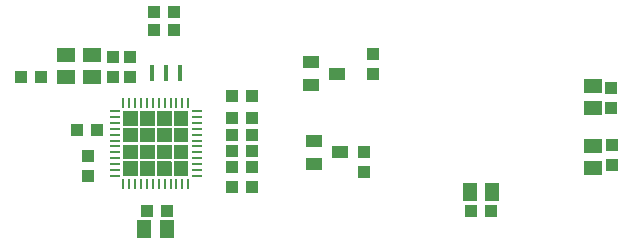
<source format=gbr>
G04 EAGLE Gerber RS-274X export*
G75*
%MOMM*%
%FSLAX34Y34*%
%LPD*%
%INSolderpaste Bottom*%
%IPPOS*%
%AMOC8*
5,1,8,0,0,1.08239X$1,22.5*%
G01*
%ADD10R,1.100000X1.000000*%
%ADD11R,1.000000X1.100000*%
%ADD12R,1.500000X1.300000*%
%ADD13R,1.300000X1.500000*%
%ADD14R,1.400000X1.000000*%
%ADD15R,0.254000X0.812800*%
%ADD16R,0.812800X0.254000*%
%ADD17R,0.400000X1.399997*%

G36*
X-127300Y79805D02*
X-127300Y79805D01*
X-127297Y79804D01*
X-127254Y79824D01*
X-127211Y79843D01*
X-127210Y79845D01*
X-127208Y79846D01*
X-127175Y79931D01*
X-127175Y92155D01*
X-127176Y92157D01*
X-127175Y92159D01*
X-127195Y92202D01*
X-127214Y92245D01*
X-127216Y92246D01*
X-127217Y92248D01*
X-127302Y92281D01*
X-139526Y92281D01*
X-139528Y92280D01*
X-139530Y92281D01*
X-139573Y92261D01*
X-139616Y92242D01*
X-139617Y92240D01*
X-139619Y92239D01*
X-139652Y92155D01*
X-139652Y79931D01*
X-139651Y79929D01*
X-139652Y79926D01*
X-139632Y79883D01*
X-139613Y79840D01*
X-139611Y79839D01*
X-139610Y79837D01*
X-139526Y79804D01*
X-127302Y79804D01*
X-127300Y79805D01*
G37*
G36*
X-141524Y79805D02*
X-141524Y79805D01*
X-141521Y79804D01*
X-141478Y79824D01*
X-141435Y79843D01*
X-141434Y79845D01*
X-141432Y79846D01*
X-141399Y79931D01*
X-141399Y92155D01*
X-141400Y92157D01*
X-141399Y92159D01*
X-141419Y92202D01*
X-141438Y92245D01*
X-141440Y92246D01*
X-141441Y92248D01*
X-141526Y92281D01*
X-153750Y92281D01*
X-153752Y92280D01*
X-153754Y92281D01*
X-153797Y92261D01*
X-153840Y92242D01*
X-153841Y92240D01*
X-153843Y92239D01*
X-153876Y92155D01*
X-153876Y79931D01*
X-153875Y79929D01*
X-153876Y79926D01*
X-153856Y79883D01*
X-153837Y79840D01*
X-153835Y79839D01*
X-153834Y79837D01*
X-153750Y79804D01*
X-141526Y79804D01*
X-141524Y79805D01*
G37*
G36*
X-155748Y79805D02*
X-155748Y79805D01*
X-155745Y79804D01*
X-155702Y79824D01*
X-155659Y79843D01*
X-155658Y79845D01*
X-155656Y79846D01*
X-155623Y79931D01*
X-155623Y92155D01*
X-155624Y92157D01*
X-155623Y92159D01*
X-155643Y92202D01*
X-155662Y92245D01*
X-155664Y92246D01*
X-155665Y92248D01*
X-155750Y92281D01*
X-167974Y92281D01*
X-167976Y92280D01*
X-167978Y92281D01*
X-168021Y92261D01*
X-168064Y92242D01*
X-168065Y92240D01*
X-168067Y92239D01*
X-168100Y92155D01*
X-168100Y79931D01*
X-168099Y79929D01*
X-168100Y79926D01*
X-168080Y79883D01*
X-168061Y79840D01*
X-168059Y79839D01*
X-168058Y79837D01*
X-167974Y79804D01*
X-155750Y79804D01*
X-155748Y79805D01*
G37*
G36*
X-169972Y79805D02*
X-169972Y79805D01*
X-169969Y79804D01*
X-169926Y79824D01*
X-169883Y79843D01*
X-169882Y79845D01*
X-169880Y79846D01*
X-169847Y79931D01*
X-169847Y92155D01*
X-169848Y92157D01*
X-169847Y92159D01*
X-169867Y92202D01*
X-169886Y92245D01*
X-169888Y92246D01*
X-169889Y92248D01*
X-169974Y92281D01*
X-182198Y92281D01*
X-182200Y92280D01*
X-182202Y92281D01*
X-182245Y92261D01*
X-182288Y92242D01*
X-182289Y92240D01*
X-182291Y92239D01*
X-182324Y92155D01*
X-182324Y79931D01*
X-182323Y79929D01*
X-182324Y79926D01*
X-182304Y79883D01*
X-182285Y79840D01*
X-182283Y79839D01*
X-182282Y79837D01*
X-182198Y79804D01*
X-169974Y79804D01*
X-169972Y79805D01*
G37*
G36*
X-127300Y65581D02*
X-127300Y65581D01*
X-127297Y65580D01*
X-127254Y65600D01*
X-127211Y65619D01*
X-127210Y65621D01*
X-127208Y65622D01*
X-127175Y65707D01*
X-127175Y77931D01*
X-127176Y77933D01*
X-127175Y77935D01*
X-127195Y77978D01*
X-127214Y78021D01*
X-127216Y78022D01*
X-127217Y78024D01*
X-127302Y78057D01*
X-139526Y78057D01*
X-139528Y78056D01*
X-139530Y78057D01*
X-139573Y78037D01*
X-139616Y78018D01*
X-139617Y78016D01*
X-139619Y78015D01*
X-139652Y77931D01*
X-139652Y65707D01*
X-139651Y65705D01*
X-139652Y65702D01*
X-139632Y65659D01*
X-139613Y65616D01*
X-139611Y65615D01*
X-139610Y65613D01*
X-139526Y65580D01*
X-127302Y65580D01*
X-127300Y65581D01*
G37*
G36*
X-169972Y65581D02*
X-169972Y65581D01*
X-169969Y65580D01*
X-169926Y65600D01*
X-169883Y65619D01*
X-169882Y65621D01*
X-169880Y65622D01*
X-169847Y65707D01*
X-169847Y77931D01*
X-169848Y77933D01*
X-169847Y77935D01*
X-169867Y77978D01*
X-169886Y78021D01*
X-169888Y78022D01*
X-169889Y78024D01*
X-169974Y78057D01*
X-182198Y78057D01*
X-182200Y78056D01*
X-182202Y78057D01*
X-182245Y78037D01*
X-182288Y78018D01*
X-182289Y78016D01*
X-182291Y78015D01*
X-182324Y77931D01*
X-182324Y65707D01*
X-182323Y65705D01*
X-182324Y65702D01*
X-182304Y65659D01*
X-182285Y65616D01*
X-182283Y65615D01*
X-182282Y65613D01*
X-182198Y65580D01*
X-169974Y65580D01*
X-169972Y65581D01*
G37*
G36*
X-155748Y65581D02*
X-155748Y65581D01*
X-155745Y65580D01*
X-155702Y65600D01*
X-155659Y65619D01*
X-155658Y65621D01*
X-155656Y65622D01*
X-155623Y65707D01*
X-155623Y77931D01*
X-155624Y77933D01*
X-155623Y77935D01*
X-155643Y77978D01*
X-155662Y78021D01*
X-155664Y78022D01*
X-155665Y78024D01*
X-155750Y78057D01*
X-167974Y78057D01*
X-167976Y78056D01*
X-167978Y78057D01*
X-168021Y78037D01*
X-168064Y78018D01*
X-168065Y78016D01*
X-168067Y78015D01*
X-168100Y77931D01*
X-168100Y65707D01*
X-168099Y65705D01*
X-168100Y65702D01*
X-168080Y65659D01*
X-168061Y65616D01*
X-168059Y65615D01*
X-168058Y65613D01*
X-167974Y65580D01*
X-155750Y65580D01*
X-155748Y65581D01*
G37*
G36*
X-141524Y65581D02*
X-141524Y65581D01*
X-141521Y65580D01*
X-141478Y65600D01*
X-141435Y65619D01*
X-141434Y65621D01*
X-141432Y65622D01*
X-141399Y65707D01*
X-141399Y77931D01*
X-141400Y77933D01*
X-141399Y77935D01*
X-141419Y77978D01*
X-141438Y78021D01*
X-141440Y78022D01*
X-141441Y78024D01*
X-141526Y78057D01*
X-153750Y78057D01*
X-153752Y78056D01*
X-153754Y78057D01*
X-153797Y78037D01*
X-153840Y78018D01*
X-153841Y78016D01*
X-153843Y78015D01*
X-153876Y77931D01*
X-153876Y65707D01*
X-153875Y65705D01*
X-153876Y65702D01*
X-153856Y65659D01*
X-153837Y65616D01*
X-153835Y65615D01*
X-153834Y65613D01*
X-153750Y65580D01*
X-141526Y65580D01*
X-141524Y65581D01*
G37*
G36*
X-155748Y51357D02*
X-155748Y51357D01*
X-155745Y51356D01*
X-155702Y51376D01*
X-155659Y51395D01*
X-155658Y51397D01*
X-155656Y51398D01*
X-155623Y51483D01*
X-155623Y63707D01*
X-155624Y63709D01*
X-155623Y63711D01*
X-155643Y63754D01*
X-155662Y63797D01*
X-155664Y63798D01*
X-155665Y63800D01*
X-155750Y63833D01*
X-167974Y63833D01*
X-167976Y63832D01*
X-167978Y63833D01*
X-168021Y63813D01*
X-168064Y63794D01*
X-168065Y63792D01*
X-168067Y63791D01*
X-168100Y63707D01*
X-168100Y51483D01*
X-168099Y51481D01*
X-168100Y51478D01*
X-168080Y51435D01*
X-168061Y51392D01*
X-168059Y51391D01*
X-168058Y51389D01*
X-167974Y51356D01*
X-155750Y51356D01*
X-155748Y51357D01*
G37*
G36*
X-127300Y51357D02*
X-127300Y51357D01*
X-127297Y51356D01*
X-127254Y51376D01*
X-127211Y51395D01*
X-127210Y51397D01*
X-127208Y51398D01*
X-127175Y51483D01*
X-127175Y63707D01*
X-127176Y63709D01*
X-127175Y63711D01*
X-127195Y63754D01*
X-127214Y63797D01*
X-127216Y63798D01*
X-127217Y63800D01*
X-127302Y63833D01*
X-139526Y63833D01*
X-139528Y63832D01*
X-139530Y63833D01*
X-139573Y63813D01*
X-139616Y63794D01*
X-139617Y63792D01*
X-139619Y63791D01*
X-139652Y63707D01*
X-139652Y51483D01*
X-139651Y51481D01*
X-139652Y51478D01*
X-139632Y51435D01*
X-139613Y51392D01*
X-139611Y51391D01*
X-139610Y51389D01*
X-139526Y51356D01*
X-127302Y51356D01*
X-127300Y51357D01*
G37*
G36*
X-141524Y51357D02*
X-141524Y51357D01*
X-141521Y51356D01*
X-141478Y51376D01*
X-141435Y51395D01*
X-141434Y51397D01*
X-141432Y51398D01*
X-141399Y51483D01*
X-141399Y63707D01*
X-141400Y63709D01*
X-141399Y63711D01*
X-141419Y63754D01*
X-141438Y63797D01*
X-141440Y63798D01*
X-141441Y63800D01*
X-141526Y63833D01*
X-153750Y63833D01*
X-153752Y63832D01*
X-153754Y63833D01*
X-153797Y63813D01*
X-153840Y63794D01*
X-153841Y63792D01*
X-153843Y63791D01*
X-153876Y63707D01*
X-153876Y51483D01*
X-153875Y51481D01*
X-153876Y51478D01*
X-153856Y51435D01*
X-153837Y51392D01*
X-153835Y51391D01*
X-153834Y51389D01*
X-153750Y51356D01*
X-141526Y51356D01*
X-141524Y51357D01*
G37*
G36*
X-169972Y51357D02*
X-169972Y51357D01*
X-169969Y51356D01*
X-169926Y51376D01*
X-169883Y51395D01*
X-169882Y51397D01*
X-169880Y51398D01*
X-169847Y51483D01*
X-169847Y63707D01*
X-169848Y63709D01*
X-169847Y63711D01*
X-169867Y63754D01*
X-169886Y63797D01*
X-169888Y63798D01*
X-169889Y63800D01*
X-169974Y63833D01*
X-182198Y63833D01*
X-182200Y63832D01*
X-182202Y63833D01*
X-182245Y63813D01*
X-182288Y63794D01*
X-182289Y63792D01*
X-182291Y63791D01*
X-182324Y63707D01*
X-182324Y51483D01*
X-182323Y51481D01*
X-182324Y51478D01*
X-182304Y51435D01*
X-182285Y51392D01*
X-182283Y51391D01*
X-182282Y51389D01*
X-182198Y51356D01*
X-169974Y51356D01*
X-169972Y51357D01*
G37*
G36*
X-141524Y37133D02*
X-141524Y37133D01*
X-141521Y37132D01*
X-141478Y37152D01*
X-141435Y37171D01*
X-141434Y37173D01*
X-141432Y37174D01*
X-141399Y37259D01*
X-141399Y49483D01*
X-141400Y49485D01*
X-141399Y49487D01*
X-141419Y49530D01*
X-141438Y49573D01*
X-141440Y49574D01*
X-141441Y49576D01*
X-141526Y49609D01*
X-153750Y49609D01*
X-153752Y49608D01*
X-153754Y49609D01*
X-153797Y49589D01*
X-153840Y49570D01*
X-153841Y49568D01*
X-153843Y49567D01*
X-153876Y49483D01*
X-153876Y37259D01*
X-153875Y37257D01*
X-153876Y37254D01*
X-153856Y37211D01*
X-153837Y37168D01*
X-153835Y37167D01*
X-153834Y37165D01*
X-153750Y37132D01*
X-141526Y37132D01*
X-141524Y37133D01*
G37*
G36*
X-155748Y37133D02*
X-155748Y37133D01*
X-155745Y37132D01*
X-155702Y37152D01*
X-155659Y37171D01*
X-155658Y37173D01*
X-155656Y37174D01*
X-155623Y37259D01*
X-155623Y49483D01*
X-155624Y49485D01*
X-155623Y49487D01*
X-155643Y49530D01*
X-155662Y49573D01*
X-155664Y49574D01*
X-155665Y49576D01*
X-155750Y49609D01*
X-167974Y49609D01*
X-167976Y49608D01*
X-167978Y49609D01*
X-168021Y49589D01*
X-168064Y49570D01*
X-168065Y49568D01*
X-168067Y49567D01*
X-168100Y49483D01*
X-168100Y37259D01*
X-168099Y37257D01*
X-168100Y37254D01*
X-168080Y37211D01*
X-168061Y37168D01*
X-168059Y37167D01*
X-168058Y37165D01*
X-167974Y37132D01*
X-155750Y37132D01*
X-155748Y37133D01*
G37*
G36*
X-169972Y37133D02*
X-169972Y37133D01*
X-169969Y37132D01*
X-169926Y37152D01*
X-169883Y37171D01*
X-169882Y37173D01*
X-169880Y37174D01*
X-169847Y37259D01*
X-169847Y49483D01*
X-169848Y49485D01*
X-169847Y49487D01*
X-169867Y49530D01*
X-169886Y49573D01*
X-169888Y49574D01*
X-169889Y49576D01*
X-169974Y49609D01*
X-182198Y49609D01*
X-182200Y49608D01*
X-182202Y49609D01*
X-182245Y49589D01*
X-182288Y49570D01*
X-182289Y49568D01*
X-182291Y49567D01*
X-182324Y49483D01*
X-182324Y37259D01*
X-182323Y37257D01*
X-182324Y37254D01*
X-182304Y37211D01*
X-182285Y37168D01*
X-182283Y37167D01*
X-182282Y37165D01*
X-182198Y37132D01*
X-169974Y37132D01*
X-169972Y37133D01*
G37*
G36*
X-127300Y37133D02*
X-127300Y37133D01*
X-127297Y37132D01*
X-127254Y37152D01*
X-127211Y37171D01*
X-127210Y37173D01*
X-127208Y37174D01*
X-127175Y37259D01*
X-127175Y49483D01*
X-127176Y49485D01*
X-127175Y49487D01*
X-127195Y49530D01*
X-127214Y49573D01*
X-127216Y49574D01*
X-127217Y49576D01*
X-127302Y49609D01*
X-139526Y49609D01*
X-139528Y49608D01*
X-139530Y49609D01*
X-139573Y49589D01*
X-139616Y49570D01*
X-139617Y49568D01*
X-139619Y49567D01*
X-139652Y49483D01*
X-139652Y37259D01*
X-139651Y37257D01*
X-139652Y37254D01*
X-139632Y37211D01*
X-139613Y37168D01*
X-139611Y37167D01*
X-139610Y37165D01*
X-139526Y37132D01*
X-127302Y37132D01*
X-127300Y37133D01*
G37*
D10*
X-211931Y54538D03*
X-211931Y37538D03*
D11*
X-204225Y76200D03*
X-221225Y76200D03*
X-156138Y161131D03*
X-139138Y161131D03*
D10*
X-156138Y176213D03*
X-139138Y176213D03*
D11*
X-191294Y120881D03*
X-191294Y137881D03*
X-176213Y120881D03*
X-176213Y137881D03*
D10*
X-162488Y7938D03*
X-145488Y7938D03*
D12*
X-230981Y120675D03*
X-230981Y139675D03*
X-208756Y120675D03*
X-208756Y139675D03*
D13*
X-164281Y-7938D03*
X-145281Y-7938D03*
D11*
X-251850Y121444D03*
X-268850Y121444D03*
X231775Y63269D03*
X231775Y46269D03*
D12*
X215106Y62681D03*
X215106Y43681D03*
D11*
X-73256Y27781D03*
X-90256Y27781D03*
D14*
X-906Y123825D03*
X-22906Y133325D03*
X-22906Y114325D03*
X1475Y57150D03*
X-20525Y66650D03*
X-20525Y47650D03*
D11*
X-73256Y104775D03*
X-90256Y104775D03*
D10*
X29369Y123263D03*
X29369Y140263D03*
X21431Y57713D03*
X21431Y40713D03*
D11*
X230981Y94688D03*
X230981Y111688D03*
D12*
X215106Y94481D03*
X215106Y113481D03*
D10*
X129150Y7938D03*
X112150Y7938D03*
D13*
X130150Y23813D03*
X111150Y23813D03*
D11*
X-73256Y58738D03*
X-90256Y58738D03*
X-73256Y44450D03*
X-90256Y44450D03*
X-73256Y72231D03*
X-90256Y72231D03*
X-73256Y86519D03*
X-90256Y86519D03*
D15*
X-182257Y99251D03*
X-177256Y99251D03*
X-172254Y99251D03*
X-167253Y99251D03*
X-162252Y99251D03*
X-157251Y99251D03*
X-152249Y99251D03*
X-147248Y99251D03*
X-142247Y99251D03*
X-137246Y99251D03*
X-132244Y99251D03*
X-127243Y99251D03*
D16*
X-120206Y92214D03*
X-120206Y87213D03*
X-120206Y82211D03*
X-120206Y77210D03*
X-120206Y72209D03*
X-120206Y67208D03*
X-120206Y62206D03*
X-120206Y57205D03*
X-120206Y52204D03*
X-120206Y47203D03*
X-120206Y42201D03*
X-120206Y37200D03*
D15*
X-127243Y30163D03*
X-132244Y30163D03*
X-137246Y30163D03*
X-142247Y30163D03*
X-147248Y30163D03*
X-152249Y30163D03*
X-157251Y30163D03*
X-162252Y30163D03*
X-167253Y30163D03*
X-172254Y30163D03*
X-177256Y30163D03*
X-182257Y30163D03*
D16*
X-189294Y37200D03*
X-189294Y42201D03*
X-189294Y47203D03*
X-189294Y52204D03*
X-189294Y57205D03*
X-189294Y62206D03*
X-189294Y67208D03*
X-189294Y72209D03*
X-189294Y77210D03*
X-189294Y82211D03*
X-189294Y87213D03*
X-189294Y92214D03*
D17*
X-158050Y124619D03*
X-146050Y124619D03*
X-134050Y124619D03*
M02*

</source>
